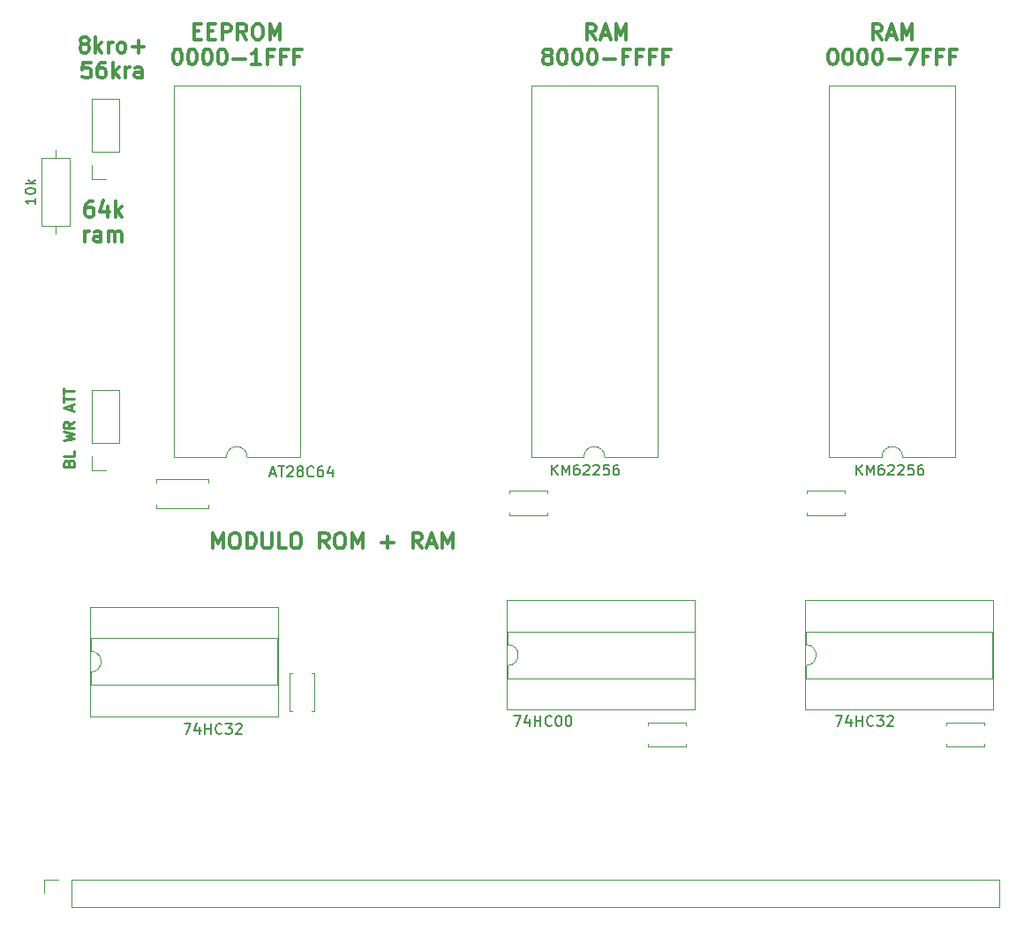
<source format=gbr>
%TF.GenerationSoftware,KiCad,Pcbnew,6.0.11+dfsg-1*%
%TF.CreationDate,2025-12-28T18:44:21+01:00*%
%TF.ProjectId,memoria1,6d656d6f-7269-4613-912e-6b696361645f,rev?*%
%TF.SameCoordinates,Original*%
%TF.FileFunction,Legend,Top*%
%TF.FilePolarity,Positive*%
%FSLAX46Y46*%
G04 Gerber Fmt 4.6, Leading zero omitted, Abs format (unit mm)*
G04 Created by KiCad (PCBNEW 6.0.11+dfsg-1) date 2025-12-28 18:44:21*
%MOMM*%
%LPD*%
G01*
G04 APERTURE LIST*
%ADD10C,0.300000*%
%ADD11C,0.250000*%
%ADD12C,0.150000*%
%ADD13C,0.120000*%
G04 APERTURE END LIST*
D10*
X92555571Y-49286928D02*
X92412714Y-49215500D01*
X92341285Y-49144071D01*
X92269857Y-49001214D01*
X92269857Y-48929785D01*
X92341285Y-48786928D01*
X92412714Y-48715500D01*
X92555571Y-48644071D01*
X92841285Y-48644071D01*
X92984142Y-48715500D01*
X93055571Y-48786928D01*
X93127000Y-48929785D01*
X93127000Y-49001214D01*
X93055571Y-49144071D01*
X92984142Y-49215500D01*
X92841285Y-49286928D01*
X92555571Y-49286928D01*
X92412714Y-49358357D01*
X92341285Y-49429785D01*
X92269857Y-49572642D01*
X92269857Y-49858357D01*
X92341285Y-50001214D01*
X92412714Y-50072642D01*
X92555571Y-50144071D01*
X92841285Y-50144071D01*
X92984142Y-50072642D01*
X93055571Y-50001214D01*
X93127000Y-49858357D01*
X93127000Y-49572642D01*
X93055571Y-49429785D01*
X92984142Y-49358357D01*
X92841285Y-49286928D01*
X93769857Y-50144071D02*
X93769857Y-48644071D01*
X93912714Y-49572642D02*
X94341285Y-50144071D01*
X94341285Y-49144071D02*
X93769857Y-49715500D01*
X94984142Y-50144071D02*
X94984142Y-49144071D01*
X94984142Y-49429785D02*
X95055571Y-49286928D01*
X95127000Y-49215500D01*
X95269857Y-49144071D01*
X95412714Y-49144071D01*
X96127000Y-50144071D02*
X95984142Y-50072642D01*
X95912714Y-50001214D01*
X95841285Y-49858357D01*
X95841285Y-49429785D01*
X95912714Y-49286928D01*
X95984142Y-49215500D01*
X96127000Y-49144071D01*
X96341285Y-49144071D01*
X96484142Y-49215500D01*
X96555571Y-49286928D01*
X96627000Y-49429785D01*
X96627000Y-49858357D01*
X96555571Y-50001214D01*
X96484142Y-50072642D01*
X96341285Y-50144071D01*
X96127000Y-50144071D01*
X97269857Y-49572642D02*
X98412714Y-49572642D01*
X97841285Y-50144071D02*
X97841285Y-49001214D01*
X93269857Y-51059071D02*
X92555571Y-51059071D01*
X92484142Y-51773357D01*
X92555571Y-51701928D01*
X92698428Y-51630500D01*
X93055571Y-51630500D01*
X93198428Y-51701928D01*
X93269857Y-51773357D01*
X93341285Y-51916214D01*
X93341285Y-52273357D01*
X93269857Y-52416214D01*
X93198428Y-52487642D01*
X93055571Y-52559071D01*
X92698428Y-52559071D01*
X92555571Y-52487642D01*
X92484142Y-52416214D01*
X94627000Y-51059071D02*
X94341285Y-51059071D01*
X94198428Y-51130500D01*
X94127000Y-51201928D01*
X93984142Y-51416214D01*
X93912714Y-51701928D01*
X93912714Y-52273357D01*
X93984142Y-52416214D01*
X94055571Y-52487642D01*
X94198428Y-52559071D01*
X94484142Y-52559071D01*
X94627000Y-52487642D01*
X94698428Y-52416214D01*
X94769857Y-52273357D01*
X94769857Y-51916214D01*
X94698428Y-51773357D01*
X94627000Y-51701928D01*
X94484142Y-51630500D01*
X94198428Y-51630500D01*
X94055571Y-51701928D01*
X93984142Y-51773357D01*
X93912714Y-51916214D01*
X95412714Y-52559071D02*
X95412714Y-51059071D01*
X95555571Y-51987642D02*
X95984142Y-52559071D01*
X95984142Y-51559071D02*
X95412714Y-52130500D01*
X96627000Y-52559071D02*
X96627000Y-51559071D01*
X96627000Y-51844785D02*
X96698428Y-51701928D01*
X96769857Y-51630500D01*
X96912714Y-51559071D01*
X97055571Y-51559071D01*
X98198428Y-52559071D02*
X98198428Y-51773357D01*
X98127000Y-51630500D01*
X97984142Y-51559071D01*
X97698428Y-51559071D01*
X97555571Y-51630500D01*
X98198428Y-52487642D02*
X98055571Y-52559071D01*
X97698428Y-52559071D01*
X97555571Y-52487642D01*
X97484142Y-52344785D01*
X97484142Y-52201928D01*
X97555571Y-52059071D01*
X97698428Y-51987642D01*
X98055571Y-51987642D01*
X98198428Y-51916214D01*
X93452285Y-64392071D02*
X93166571Y-64392071D01*
X93023714Y-64463500D01*
X92952285Y-64534928D01*
X92809428Y-64749214D01*
X92738000Y-65034928D01*
X92738000Y-65606357D01*
X92809428Y-65749214D01*
X92880857Y-65820642D01*
X93023714Y-65892071D01*
X93309428Y-65892071D01*
X93452285Y-65820642D01*
X93523714Y-65749214D01*
X93595142Y-65606357D01*
X93595142Y-65249214D01*
X93523714Y-65106357D01*
X93452285Y-65034928D01*
X93309428Y-64963500D01*
X93023714Y-64963500D01*
X92880857Y-65034928D01*
X92809428Y-65106357D01*
X92738000Y-65249214D01*
X94880857Y-64892071D02*
X94880857Y-65892071D01*
X94523714Y-64320642D02*
X94166571Y-65392071D01*
X95095142Y-65392071D01*
X95666571Y-65892071D02*
X95666571Y-64392071D01*
X95809428Y-65320642D02*
X96238000Y-65892071D01*
X96238000Y-64892071D02*
X95666571Y-65463500D01*
X92702285Y-68307071D02*
X92702285Y-67307071D01*
X92702285Y-67592785D02*
X92773714Y-67449928D01*
X92845142Y-67378500D01*
X92988000Y-67307071D01*
X93130857Y-67307071D01*
X94273714Y-68307071D02*
X94273714Y-67521357D01*
X94202285Y-67378500D01*
X94059428Y-67307071D01*
X93773714Y-67307071D01*
X93630857Y-67378500D01*
X94273714Y-68235642D02*
X94130857Y-68307071D01*
X93773714Y-68307071D01*
X93630857Y-68235642D01*
X93559428Y-68092785D01*
X93559428Y-67949928D01*
X93630857Y-67807071D01*
X93773714Y-67735642D01*
X94130857Y-67735642D01*
X94273714Y-67664214D01*
X94988000Y-68307071D02*
X94988000Y-67307071D01*
X94988000Y-67449928D02*
X95059428Y-67378500D01*
X95202285Y-67307071D01*
X95416571Y-67307071D01*
X95559428Y-67378500D01*
X95630857Y-67521357D01*
X95630857Y-68307071D01*
X95630857Y-67521357D02*
X95702285Y-67378500D01*
X95845142Y-67307071D01*
X96059428Y-67307071D01*
X96202285Y-67378500D01*
X96273714Y-67521357D01*
X96273714Y-68307071D01*
D11*
X91165371Y-89513942D02*
X91212990Y-89371085D01*
X91260609Y-89323466D01*
X91355847Y-89275847D01*
X91498704Y-89275847D01*
X91593942Y-89323466D01*
X91641561Y-89371085D01*
X91689180Y-89466323D01*
X91689180Y-89847276D01*
X90689180Y-89847276D01*
X90689180Y-89513942D01*
X90736800Y-89418704D01*
X90784419Y-89371085D01*
X90879657Y-89323466D01*
X90974895Y-89323466D01*
X91070133Y-89371085D01*
X91117752Y-89418704D01*
X91165371Y-89513942D01*
X91165371Y-89847276D01*
X91689180Y-88371085D02*
X91689180Y-88847276D01*
X90689180Y-88847276D01*
X90689180Y-87371085D02*
X91689180Y-87132990D01*
X90974895Y-86942514D01*
X91689180Y-86752038D01*
X90689180Y-86513942D01*
X91689180Y-85561561D02*
X91212990Y-85894895D01*
X91689180Y-86132990D02*
X90689180Y-86132990D01*
X90689180Y-85752038D01*
X90736800Y-85656800D01*
X90784419Y-85609180D01*
X90879657Y-85561561D01*
X91022514Y-85561561D01*
X91117752Y-85609180D01*
X91165371Y-85656800D01*
X91212990Y-85752038D01*
X91212990Y-86132990D01*
X91403466Y-84418704D02*
X91403466Y-83942514D01*
X91689180Y-84513942D02*
X90689180Y-84180609D01*
X91689180Y-83847276D01*
X90689180Y-83656800D02*
X90689180Y-83085371D01*
X91689180Y-83371085D02*
X90689180Y-83371085D01*
X90689180Y-82894895D02*
X90689180Y-82323466D01*
X91689180Y-82609180D02*
X90689180Y-82609180D01*
D10*
X103172142Y-48088357D02*
X103672142Y-48088357D01*
X103886428Y-48874071D02*
X103172142Y-48874071D01*
X103172142Y-47374071D01*
X103886428Y-47374071D01*
X104529285Y-48088357D02*
X105029285Y-48088357D01*
X105243571Y-48874071D02*
X104529285Y-48874071D01*
X104529285Y-47374071D01*
X105243571Y-47374071D01*
X105886428Y-48874071D02*
X105886428Y-47374071D01*
X106457857Y-47374071D01*
X106600714Y-47445500D01*
X106672142Y-47516928D01*
X106743571Y-47659785D01*
X106743571Y-47874071D01*
X106672142Y-48016928D01*
X106600714Y-48088357D01*
X106457857Y-48159785D01*
X105886428Y-48159785D01*
X108243571Y-48874071D02*
X107743571Y-48159785D01*
X107386428Y-48874071D02*
X107386428Y-47374071D01*
X107957857Y-47374071D01*
X108100714Y-47445500D01*
X108172142Y-47516928D01*
X108243571Y-47659785D01*
X108243571Y-47874071D01*
X108172142Y-48016928D01*
X108100714Y-48088357D01*
X107957857Y-48159785D01*
X107386428Y-48159785D01*
X109172142Y-47374071D02*
X109457857Y-47374071D01*
X109600714Y-47445500D01*
X109743571Y-47588357D01*
X109815000Y-47874071D01*
X109815000Y-48374071D01*
X109743571Y-48659785D01*
X109600714Y-48802642D01*
X109457857Y-48874071D01*
X109172142Y-48874071D01*
X109029285Y-48802642D01*
X108886428Y-48659785D01*
X108815000Y-48374071D01*
X108815000Y-47874071D01*
X108886428Y-47588357D01*
X109029285Y-47445500D01*
X109172142Y-47374071D01*
X110457857Y-48874071D02*
X110457857Y-47374071D01*
X110957857Y-48445500D01*
X111457857Y-47374071D01*
X111457857Y-48874071D01*
X101529285Y-49789071D02*
X101672142Y-49789071D01*
X101815000Y-49860500D01*
X101886428Y-49931928D01*
X101957857Y-50074785D01*
X102029285Y-50360500D01*
X102029285Y-50717642D01*
X101957857Y-51003357D01*
X101886428Y-51146214D01*
X101815000Y-51217642D01*
X101672142Y-51289071D01*
X101529285Y-51289071D01*
X101386428Y-51217642D01*
X101315000Y-51146214D01*
X101243571Y-51003357D01*
X101172142Y-50717642D01*
X101172142Y-50360500D01*
X101243571Y-50074785D01*
X101315000Y-49931928D01*
X101386428Y-49860500D01*
X101529285Y-49789071D01*
X102957857Y-49789071D02*
X103100714Y-49789071D01*
X103243571Y-49860500D01*
X103315000Y-49931928D01*
X103386428Y-50074785D01*
X103457857Y-50360500D01*
X103457857Y-50717642D01*
X103386428Y-51003357D01*
X103315000Y-51146214D01*
X103243571Y-51217642D01*
X103100714Y-51289071D01*
X102957857Y-51289071D01*
X102815000Y-51217642D01*
X102743571Y-51146214D01*
X102672142Y-51003357D01*
X102600714Y-50717642D01*
X102600714Y-50360500D01*
X102672142Y-50074785D01*
X102743571Y-49931928D01*
X102815000Y-49860500D01*
X102957857Y-49789071D01*
X104386428Y-49789071D02*
X104529285Y-49789071D01*
X104672142Y-49860500D01*
X104743571Y-49931928D01*
X104815000Y-50074785D01*
X104886428Y-50360500D01*
X104886428Y-50717642D01*
X104815000Y-51003357D01*
X104743571Y-51146214D01*
X104672142Y-51217642D01*
X104529285Y-51289071D01*
X104386428Y-51289071D01*
X104243571Y-51217642D01*
X104172142Y-51146214D01*
X104100714Y-51003357D01*
X104029285Y-50717642D01*
X104029285Y-50360500D01*
X104100714Y-50074785D01*
X104172142Y-49931928D01*
X104243571Y-49860500D01*
X104386428Y-49789071D01*
X105815000Y-49789071D02*
X105957857Y-49789071D01*
X106100714Y-49860500D01*
X106172142Y-49931928D01*
X106243571Y-50074785D01*
X106315000Y-50360500D01*
X106315000Y-50717642D01*
X106243571Y-51003357D01*
X106172142Y-51146214D01*
X106100714Y-51217642D01*
X105957857Y-51289071D01*
X105815000Y-51289071D01*
X105672142Y-51217642D01*
X105600714Y-51146214D01*
X105529285Y-51003357D01*
X105457857Y-50717642D01*
X105457857Y-50360500D01*
X105529285Y-50074785D01*
X105600714Y-49931928D01*
X105672142Y-49860500D01*
X105815000Y-49789071D01*
X106957857Y-50717642D02*
X108100714Y-50717642D01*
X109600714Y-51289071D02*
X108743571Y-51289071D01*
X109172142Y-51289071D02*
X109172142Y-49789071D01*
X109029285Y-50003357D01*
X108886428Y-50146214D01*
X108743571Y-50217642D01*
X110743571Y-50503357D02*
X110243571Y-50503357D01*
X110243571Y-51289071D02*
X110243571Y-49789071D01*
X110957857Y-49789071D01*
X112029285Y-50503357D02*
X111529285Y-50503357D01*
X111529285Y-51289071D02*
X111529285Y-49789071D01*
X112243571Y-49789071D01*
X113315000Y-50503357D02*
X112815000Y-50503357D01*
X112815000Y-51289071D02*
X112815000Y-49789071D01*
X113529285Y-49789071D01*
X104984400Y-97706571D02*
X104984400Y-96206571D01*
X105484400Y-97278000D01*
X105984400Y-96206571D01*
X105984400Y-97706571D01*
X106984400Y-96206571D02*
X107270114Y-96206571D01*
X107412971Y-96278000D01*
X107555828Y-96420857D01*
X107627257Y-96706571D01*
X107627257Y-97206571D01*
X107555828Y-97492285D01*
X107412971Y-97635142D01*
X107270114Y-97706571D01*
X106984400Y-97706571D01*
X106841542Y-97635142D01*
X106698685Y-97492285D01*
X106627257Y-97206571D01*
X106627257Y-96706571D01*
X106698685Y-96420857D01*
X106841542Y-96278000D01*
X106984400Y-96206571D01*
X108270114Y-97706571D02*
X108270114Y-96206571D01*
X108627257Y-96206571D01*
X108841542Y-96278000D01*
X108984400Y-96420857D01*
X109055828Y-96563714D01*
X109127257Y-96849428D01*
X109127257Y-97063714D01*
X109055828Y-97349428D01*
X108984400Y-97492285D01*
X108841542Y-97635142D01*
X108627257Y-97706571D01*
X108270114Y-97706571D01*
X109770114Y-96206571D02*
X109770114Y-97420857D01*
X109841542Y-97563714D01*
X109912971Y-97635142D01*
X110055828Y-97706571D01*
X110341542Y-97706571D01*
X110484400Y-97635142D01*
X110555828Y-97563714D01*
X110627257Y-97420857D01*
X110627257Y-96206571D01*
X112055828Y-97706571D02*
X111341542Y-97706571D01*
X111341542Y-96206571D01*
X112841542Y-96206571D02*
X113127257Y-96206571D01*
X113270114Y-96278000D01*
X113412971Y-96420857D01*
X113484400Y-96706571D01*
X113484400Y-97206571D01*
X113412971Y-97492285D01*
X113270114Y-97635142D01*
X113127257Y-97706571D01*
X112841542Y-97706571D01*
X112698685Y-97635142D01*
X112555828Y-97492285D01*
X112484400Y-97206571D01*
X112484400Y-96706571D01*
X112555828Y-96420857D01*
X112698685Y-96278000D01*
X112841542Y-96206571D01*
X116127257Y-97706571D02*
X115627257Y-96992285D01*
X115270114Y-97706571D02*
X115270114Y-96206571D01*
X115841542Y-96206571D01*
X115984400Y-96278000D01*
X116055828Y-96349428D01*
X116127257Y-96492285D01*
X116127257Y-96706571D01*
X116055828Y-96849428D01*
X115984400Y-96920857D01*
X115841542Y-96992285D01*
X115270114Y-96992285D01*
X117055828Y-96206571D02*
X117341542Y-96206571D01*
X117484400Y-96278000D01*
X117627257Y-96420857D01*
X117698685Y-96706571D01*
X117698685Y-97206571D01*
X117627257Y-97492285D01*
X117484400Y-97635142D01*
X117341542Y-97706571D01*
X117055828Y-97706571D01*
X116912971Y-97635142D01*
X116770114Y-97492285D01*
X116698685Y-97206571D01*
X116698685Y-96706571D01*
X116770114Y-96420857D01*
X116912971Y-96278000D01*
X117055828Y-96206571D01*
X118341542Y-97706571D02*
X118341542Y-96206571D01*
X118841542Y-97278000D01*
X119341542Y-96206571D01*
X119341542Y-97706571D01*
X121198685Y-97135142D02*
X122341542Y-97135142D01*
X121770114Y-97706571D02*
X121770114Y-96563714D01*
X125055828Y-97706571D02*
X124555828Y-96992285D01*
X124198685Y-97706571D02*
X124198685Y-96206571D01*
X124770114Y-96206571D01*
X124912971Y-96278000D01*
X124984400Y-96349428D01*
X125055828Y-96492285D01*
X125055828Y-96706571D01*
X124984400Y-96849428D01*
X124912971Y-96920857D01*
X124770114Y-96992285D01*
X124198685Y-96992285D01*
X125627257Y-97278000D02*
X126341542Y-97278000D01*
X125484400Y-97706571D02*
X125984400Y-96206571D01*
X126484400Y-97706571D01*
X126984400Y-97706571D02*
X126984400Y-96206571D01*
X127484400Y-97278000D01*
X127984400Y-96206571D01*
X127984400Y-97706571D01*
X169144285Y-48874071D02*
X168644285Y-48159785D01*
X168287142Y-48874071D02*
X168287142Y-47374071D01*
X168858571Y-47374071D01*
X169001428Y-47445500D01*
X169072857Y-47516928D01*
X169144285Y-47659785D01*
X169144285Y-47874071D01*
X169072857Y-48016928D01*
X169001428Y-48088357D01*
X168858571Y-48159785D01*
X168287142Y-48159785D01*
X169715714Y-48445500D02*
X170430000Y-48445500D01*
X169572857Y-48874071D02*
X170072857Y-47374071D01*
X170572857Y-48874071D01*
X171072857Y-48874071D02*
X171072857Y-47374071D01*
X171572857Y-48445500D01*
X172072857Y-47374071D01*
X172072857Y-48874071D01*
X164394285Y-49789071D02*
X164537142Y-49789071D01*
X164680000Y-49860500D01*
X164751428Y-49931928D01*
X164822857Y-50074785D01*
X164894285Y-50360500D01*
X164894285Y-50717642D01*
X164822857Y-51003357D01*
X164751428Y-51146214D01*
X164680000Y-51217642D01*
X164537142Y-51289071D01*
X164394285Y-51289071D01*
X164251428Y-51217642D01*
X164180000Y-51146214D01*
X164108571Y-51003357D01*
X164037142Y-50717642D01*
X164037142Y-50360500D01*
X164108571Y-50074785D01*
X164180000Y-49931928D01*
X164251428Y-49860500D01*
X164394285Y-49789071D01*
X165822857Y-49789071D02*
X165965714Y-49789071D01*
X166108571Y-49860500D01*
X166180000Y-49931928D01*
X166251428Y-50074785D01*
X166322857Y-50360500D01*
X166322857Y-50717642D01*
X166251428Y-51003357D01*
X166180000Y-51146214D01*
X166108571Y-51217642D01*
X165965714Y-51289071D01*
X165822857Y-51289071D01*
X165680000Y-51217642D01*
X165608571Y-51146214D01*
X165537142Y-51003357D01*
X165465714Y-50717642D01*
X165465714Y-50360500D01*
X165537142Y-50074785D01*
X165608571Y-49931928D01*
X165680000Y-49860500D01*
X165822857Y-49789071D01*
X167251428Y-49789071D02*
X167394285Y-49789071D01*
X167537142Y-49860500D01*
X167608571Y-49931928D01*
X167680000Y-50074785D01*
X167751428Y-50360500D01*
X167751428Y-50717642D01*
X167680000Y-51003357D01*
X167608571Y-51146214D01*
X167537142Y-51217642D01*
X167394285Y-51289071D01*
X167251428Y-51289071D01*
X167108571Y-51217642D01*
X167037142Y-51146214D01*
X166965714Y-51003357D01*
X166894285Y-50717642D01*
X166894285Y-50360500D01*
X166965714Y-50074785D01*
X167037142Y-49931928D01*
X167108571Y-49860500D01*
X167251428Y-49789071D01*
X168680000Y-49789071D02*
X168822857Y-49789071D01*
X168965714Y-49860500D01*
X169037142Y-49931928D01*
X169108571Y-50074785D01*
X169180000Y-50360500D01*
X169180000Y-50717642D01*
X169108571Y-51003357D01*
X169037142Y-51146214D01*
X168965714Y-51217642D01*
X168822857Y-51289071D01*
X168680000Y-51289071D01*
X168537142Y-51217642D01*
X168465714Y-51146214D01*
X168394285Y-51003357D01*
X168322857Y-50717642D01*
X168322857Y-50360500D01*
X168394285Y-50074785D01*
X168465714Y-49931928D01*
X168537142Y-49860500D01*
X168680000Y-49789071D01*
X169822857Y-50717642D02*
X170965714Y-50717642D01*
X171537142Y-49789071D02*
X172537142Y-49789071D01*
X171894285Y-51289071D01*
X173608571Y-50503357D02*
X173108571Y-50503357D01*
X173108571Y-51289071D02*
X173108571Y-49789071D01*
X173822857Y-49789071D01*
X174894285Y-50503357D02*
X174394285Y-50503357D01*
X174394285Y-51289071D02*
X174394285Y-49789071D01*
X175108571Y-49789071D01*
X176180000Y-50503357D02*
X175680000Y-50503357D01*
X175680000Y-51289071D02*
X175680000Y-49789071D01*
X176394285Y-49789071D01*
X141712285Y-48874071D02*
X141212285Y-48159785D01*
X140855142Y-48874071D02*
X140855142Y-47374071D01*
X141426571Y-47374071D01*
X141569428Y-47445500D01*
X141640857Y-47516928D01*
X141712285Y-47659785D01*
X141712285Y-47874071D01*
X141640857Y-48016928D01*
X141569428Y-48088357D01*
X141426571Y-48159785D01*
X140855142Y-48159785D01*
X142283714Y-48445500D02*
X142998000Y-48445500D01*
X142140857Y-48874071D02*
X142640857Y-47374071D01*
X143140857Y-48874071D01*
X143640857Y-48874071D02*
X143640857Y-47374071D01*
X144140857Y-48445500D01*
X144640857Y-47374071D01*
X144640857Y-48874071D01*
X136962285Y-50431928D02*
X136819428Y-50360500D01*
X136748000Y-50289071D01*
X136676571Y-50146214D01*
X136676571Y-50074785D01*
X136748000Y-49931928D01*
X136819428Y-49860500D01*
X136962285Y-49789071D01*
X137248000Y-49789071D01*
X137390857Y-49860500D01*
X137462285Y-49931928D01*
X137533714Y-50074785D01*
X137533714Y-50146214D01*
X137462285Y-50289071D01*
X137390857Y-50360500D01*
X137248000Y-50431928D01*
X136962285Y-50431928D01*
X136819428Y-50503357D01*
X136748000Y-50574785D01*
X136676571Y-50717642D01*
X136676571Y-51003357D01*
X136748000Y-51146214D01*
X136819428Y-51217642D01*
X136962285Y-51289071D01*
X137248000Y-51289071D01*
X137390857Y-51217642D01*
X137462285Y-51146214D01*
X137533714Y-51003357D01*
X137533714Y-50717642D01*
X137462285Y-50574785D01*
X137390857Y-50503357D01*
X137248000Y-50431928D01*
X138462285Y-49789071D02*
X138605142Y-49789071D01*
X138748000Y-49860500D01*
X138819428Y-49931928D01*
X138890857Y-50074785D01*
X138962285Y-50360500D01*
X138962285Y-50717642D01*
X138890857Y-51003357D01*
X138819428Y-51146214D01*
X138748000Y-51217642D01*
X138605142Y-51289071D01*
X138462285Y-51289071D01*
X138319428Y-51217642D01*
X138248000Y-51146214D01*
X138176571Y-51003357D01*
X138105142Y-50717642D01*
X138105142Y-50360500D01*
X138176571Y-50074785D01*
X138248000Y-49931928D01*
X138319428Y-49860500D01*
X138462285Y-49789071D01*
X139890857Y-49789071D02*
X140033714Y-49789071D01*
X140176571Y-49860500D01*
X140248000Y-49931928D01*
X140319428Y-50074785D01*
X140390857Y-50360500D01*
X140390857Y-50717642D01*
X140319428Y-51003357D01*
X140248000Y-51146214D01*
X140176571Y-51217642D01*
X140033714Y-51289071D01*
X139890857Y-51289071D01*
X139748000Y-51217642D01*
X139676571Y-51146214D01*
X139605142Y-51003357D01*
X139533714Y-50717642D01*
X139533714Y-50360500D01*
X139605142Y-50074785D01*
X139676571Y-49931928D01*
X139748000Y-49860500D01*
X139890857Y-49789071D01*
X141319428Y-49789071D02*
X141462285Y-49789071D01*
X141605142Y-49860500D01*
X141676571Y-49931928D01*
X141748000Y-50074785D01*
X141819428Y-50360500D01*
X141819428Y-50717642D01*
X141748000Y-51003357D01*
X141676571Y-51146214D01*
X141605142Y-51217642D01*
X141462285Y-51289071D01*
X141319428Y-51289071D01*
X141176571Y-51217642D01*
X141105142Y-51146214D01*
X141033714Y-51003357D01*
X140962285Y-50717642D01*
X140962285Y-50360500D01*
X141033714Y-50074785D01*
X141105142Y-49931928D01*
X141176571Y-49860500D01*
X141319428Y-49789071D01*
X142462285Y-50717642D02*
X143605142Y-50717642D01*
X144819428Y-50503357D02*
X144319428Y-50503357D01*
X144319428Y-51289071D02*
X144319428Y-49789071D01*
X145033714Y-49789071D01*
X146105142Y-50503357D02*
X145605142Y-50503357D01*
X145605142Y-51289071D02*
X145605142Y-49789071D01*
X146319428Y-49789071D01*
X147390857Y-50503357D02*
X146890857Y-50503357D01*
X146890857Y-51289071D02*
X146890857Y-49789071D01*
X147605142Y-49789071D01*
X148676571Y-50503357D02*
X148176571Y-50503357D01*
X148176571Y-51289071D02*
X148176571Y-49789071D01*
X148890857Y-49789071D01*
D12*
%TO.C,74HC32*%
X102243285Y-114514380D02*
X102909952Y-114514380D01*
X102481380Y-115514380D01*
X103719476Y-114847714D02*
X103719476Y-115514380D01*
X103481380Y-114466761D02*
X103243285Y-115181047D01*
X103862333Y-115181047D01*
X104243285Y-115514380D02*
X104243285Y-114514380D01*
X104243285Y-114990571D02*
X104814714Y-114990571D01*
X104814714Y-115514380D02*
X104814714Y-114514380D01*
X105862333Y-115419142D02*
X105814714Y-115466761D01*
X105671857Y-115514380D01*
X105576619Y-115514380D01*
X105433761Y-115466761D01*
X105338523Y-115371523D01*
X105290904Y-115276285D01*
X105243285Y-115085809D01*
X105243285Y-114942952D01*
X105290904Y-114752476D01*
X105338523Y-114657238D01*
X105433761Y-114562000D01*
X105576619Y-114514380D01*
X105671857Y-114514380D01*
X105814714Y-114562000D01*
X105862333Y-114609619D01*
X106195666Y-114514380D02*
X106814714Y-114514380D01*
X106481380Y-114895333D01*
X106624238Y-114895333D01*
X106719476Y-114942952D01*
X106767095Y-114990571D01*
X106814714Y-115085809D01*
X106814714Y-115323904D01*
X106767095Y-115419142D01*
X106719476Y-115466761D01*
X106624238Y-115514380D01*
X106338523Y-115514380D01*
X106243285Y-115466761D01*
X106195666Y-115419142D01*
X107195666Y-114609619D02*
X107243285Y-114562000D01*
X107338523Y-114514380D01*
X107576619Y-114514380D01*
X107671857Y-114562000D01*
X107719476Y-114609619D01*
X107767095Y-114704857D01*
X107767095Y-114800095D01*
X107719476Y-114942952D01*
X107148047Y-115514380D01*
X107767095Y-115514380D01*
%TO.C,KM62256*%
X166711714Y-90673180D02*
X166711714Y-89673180D01*
X167283142Y-90673180D02*
X166854571Y-90101752D01*
X167283142Y-89673180D02*
X166711714Y-90244609D01*
X167711714Y-90673180D02*
X167711714Y-89673180D01*
X168045047Y-90387466D01*
X168378380Y-89673180D01*
X168378380Y-90673180D01*
X169283142Y-89673180D02*
X169092666Y-89673180D01*
X168997428Y-89720800D01*
X168949809Y-89768419D01*
X168854571Y-89911276D01*
X168806952Y-90101752D01*
X168806952Y-90482704D01*
X168854571Y-90577942D01*
X168902190Y-90625561D01*
X168997428Y-90673180D01*
X169187904Y-90673180D01*
X169283142Y-90625561D01*
X169330761Y-90577942D01*
X169378380Y-90482704D01*
X169378380Y-90244609D01*
X169330761Y-90149371D01*
X169283142Y-90101752D01*
X169187904Y-90054133D01*
X168997428Y-90054133D01*
X168902190Y-90101752D01*
X168854571Y-90149371D01*
X168806952Y-90244609D01*
X169759333Y-89768419D02*
X169806952Y-89720800D01*
X169902190Y-89673180D01*
X170140285Y-89673180D01*
X170235523Y-89720800D01*
X170283142Y-89768419D01*
X170330761Y-89863657D01*
X170330761Y-89958895D01*
X170283142Y-90101752D01*
X169711714Y-90673180D01*
X170330761Y-90673180D01*
X170711714Y-89768419D02*
X170759333Y-89720800D01*
X170854571Y-89673180D01*
X171092666Y-89673180D01*
X171187904Y-89720800D01*
X171235523Y-89768419D01*
X171283142Y-89863657D01*
X171283142Y-89958895D01*
X171235523Y-90101752D01*
X170664095Y-90673180D01*
X171283142Y-90673180D01*
X172187904Y-89673180D02*
X171711714Y-89673180D01*
X171664095Y-90149371D01*
X171711714Y-90101752D01*
X171806952Y-90054133D01*
X172045047Y-90054133D01*
X172140285Y-90101752D01*
X172187904Y-90149371D01*
X172235523Y-90244609D01*
X172235523Y-90482704D01*
X172187904Y-90577942D01*
X172140285Y-90625561D01*
X172045047Y-90673180D01*
X171806952Y-90673180D01*
X171711714Y-90625561D01*
X171664095Y-90577942D01*
X173092666Y-89673180D02*
X172902190Y-89673180D01*
X172806952Y-89720800D01*
X172759333Y-89768419D01*
X172664095Y-89911276D01*
X172616476Y-90101752D01*
X172616476Y-90482704D01*
X172664095Y-90577942D01*
X172711714Y-90625561D01*
X172806952Y-90673180D01*
X172997428Y-90673180D01*
X173092666Y-90625561D01*
X173140285Y-90577942D01*
X173187904Y-90482704D01*
X173187904Y-90244609D01*
X173140285Y-90149371D01*
X173092666Y-90101752D01*
X172997428Y-90054133D01*
X172806952Y-90054133D01*
X172711714Y-90101752D01*
X172664095Y-90149371D01*
X172616476Y-90244609D01*
%TO.C,AT28C64*%
X110514190Y-90539866D02*
X110990380Y-90539866D01*
X110418952Y-90825580D02*
X110752285Y-89825580D01*
X111085619Y-90825580D01*
X111276095Y-89825580D02*
X111847523Y-89825580D01*
X111561809Y-90825580D02*
X111561809Y-89825580D01*
X112133238Y-89920819D02*
X112180857Y-89873200D01*
X112276095Y-89825580D01*
X112514190Y-89825580D01*
X112609428Y-89873200D01*
X112657047Y-89920819D01*
X112704666Y-90016057D01*
X112704666Y-90111295D01*
X112657047Y-90254152D01*
X112085619Y-90825580D01*
X112704666Y-90825580D01*
X113276095Y-90254152D02*
X113180857Y-90206533D01*
X113133238Y-90158914D01*
X113085619Y-90063676D01*
X113085619Y-90016057D01*
X113133238Y-89920819D01*
X113180857Y-89873200D01*
X113276095Y-89825580D01*
X113466571Y-89825580D01*
X113561809Y-89873200D01*
X113609428Y-89920819D01*
X113657047Y-90016057D01*
X113657047Y-90063676D01*
X113609428Y-90158914D01*
X113561809Y-90206533D01*
X113466571Y-90254152D01*
X113276095Y-90254152D01*
X113180857Y-90301771D01*
X113133238Y-90349390D01*
X113085619Y-90444628D01*
X113085619Y-90635104D01*
X113133238Y-90730342D01*
X113180857Y-90777961D01*
X113276095Y-90825580D01*
X113466571Y-90825580D01*
X113561809Y-90777961D01*
X113609428Y-90730342D01*
X113657047Y-90635104D01*
X113657047Y-90444628D01*
X113609428Y-90349390D01*
X113561809Y-90301771D01*
X113466571Y-90254152D01*
X114657047Y-90730342D02*
X114609428Y-90777961D01*
X114466571Y-90825580D01*
X114371333Y-90825580D01*
X114228476Y-90777961D01*
X114133238Y-90682723D01*
X114085619Y-90587485D01*
X114038000Y-90397009D01*
X114038000Y-90254152D01*
X114085619Y-90063676D01*
X114133238Y-89968438D01*
X114228476Y-89873200D01*
X114371333Y-89825580D01*
X114466571Y-89825580D01*
X114609428Y-89873200D01*
X114657047Y-89920819D01*
X115514190Y-89825580D02*
X115323714Y-89825580D01*
X115228476Y-89873200D01*
X115180857Y-89920819D01*
X115085619Y-90063676D01*
X115038000Y-90254152D01*
X115038000Y-90635104D01*
X115085619Y-90730342D01*
X115133238Y-90777961D01*
X115228476Y-90825580D01*
X115418952Y-90825580D01*
X115514190Y-90777961D01*
X115561809Y-90730342D01*
X115609428Y-90635104D01*
X115609428Y-90397009D01*
X115561809Y-90301771D01*
X115514190Y-90254152D01*
X115418952Y-90206533D01*
X115228476Y-90206533D01*
X115133238Y-90254152D01*
X115085619Y-90301771D01*
X115038000Y-90397009D01*
X116466571Y-90158914D02*
X116466571Y-90825580D01*
X116228476Y-89777961D02*
X115990380Y-90492247D01*
X116609428Y-90492247D01*
%TO.C,KM62256*%
X137501714Y-90673180D02*
X137501714Y-89673180D01*
X138073142Y-90673180D02*
X137644571Y-90101752D01*
X138073142Y-89673180D02*
X137501714Y-90244609D01*
X138501714Y-90673180D02*
X138501714Y-89673180D01*
X138835047Y-90387466D01*
X139168380Y-89673180D01*
X139168380Y-90673180D01*
X140073142Y-89673180D02*
X139882666Y-89673180D01*
X139787428Y-89720800D01*
X139739809Y-89768419D01*
X139644571Y-89911276D01*
X139596952Y-90101752D01*
X139596952Y-90482704D01*
X139644571Y-90577942D01*
X139692190Y-90625561D01*
X139787428Y-90673180D01*
X139977904Y-90673180D01*
X140073142Y-90625561D01*
X140120761Y-90577942D01*
X140168380Y-90482704D01*
X140168380Y-90244609D01*
X140120761Y-90149371D01*
X140073142Y-90101752D01*
X139977904Y-90054133D01*
X139787428Y-90054133D01*
X139692190Y-90101752D01*
X139644571Y-90149371D01*
X139596952Y-90244609D01*
X140549333Y-89768419D02*
X140596952Y-89720800D01*
X140692190Y-89673180D01*
X140930285Y-89673180D01*
X141025523Y-89720800D01*
X141073142Y-89768419D01*
X141120761Y-89863657D01*
X141120761Y-89958895D01*
X141073142Y-90101752D01*
X140501714Y-90673180D01*
X141120761Y-90673180D01*
X141501714Y-89768419D02*
X141549333Y-89720800D01*
X141644571Y-89673180D01*
X141882666Y-89673180D01*
X141977904Y-89720800D01*
X142025523Y-89768419D01*
X142073142Y-89863657D01*
X142073142Y-89958895D01*
X142025523Y-90101752D01*
X141454095Y-90673180D01*
X142073142Y-90673180D01*
X142977904Y-89673180D02*
X142501714Y-89673180D01*
X142454095Y-90149371D01*
X142501714Y-90101752D01*
X142596952Y-90054133D01*
X142835047Y-90054133D01*
X142930285Y-90101752D01*
X142977904Y-90149371D01*
X143025523Y-90244609D01*
X143025523Y-90482704D01*
X142977904Y-90577942D01*
X142930285Y-90625561D01*
X142835047Y-90673180D01*
X142596952Y-90673180D01*
X142501714Y-90625561D01*
X142454095Y-90577942D01*
X143882666Y-89673180D02*
X143692190Y-89673180D01*
X143596952Y-89720800D01*
X143549333Y-89768419D01*
X143454095Y-89911276D01*
X143406476Y-90101752D01*
X143406476Y-90482704D01*
X143454095Y-90577942D01*
X143501714Y-90625561D01*
X143596952Y-90673180D01*
X143787428Y-90673180D01*
X143882666Y-90625561D01*
X143930285Y-90577942D01*
X143977904Y-90482704D01*
X143977904Y-90244609D01*
X143930285Y-90149371D01*
X143882666Y-90101752D01*
X143787428Y-90054133D01*
X143596952Y-90054133D01*
X143501714Y-90101752D01*
X143454095Y-90149371D01*
X143406476Y-90244609D01*
%TO.C,74HC32*%
X164727285Y-113752380D02*
X165393952Y-113752380D01*
X164965380Y-114752380D01*
X166203476Y-114085714D02*
X166203476Y-114752380D01*
X165965380Y-113704761D02*
X165727285Y-114419047D01*
X166346333Y-114419047D01*
X166727285Y-114752380D02*
X166727285Y-113752380D01*
X166727285Y-114228571D02*
X167298714Y-114228571D01*
X167298714Y-114752380D02*
X167298714Y-113752380D01*
X168346333Y-114657142D02*
X168298714Y-114704761D01*
X168155857Y-114752380D01*
X168060619Y-114752380D01*
X167917761Y-114704761D01*
X167822523Y-114609523D01*
X167774904Y-114514285D01*
X167727285Y-114323809D01*
X167727285Y-114180952D01*
X167774904Y-113990476D01*
X167822523Y-113895238D01*
X167917761Y-113800000D01*
X168060619Y-113752380D01*
X168155857Y-113752380D01*
X168298714Y-113800000D01*
X168346333Y-113847619D01*
X168679666Y-113752380D02*
X169298714Y-113752380D01*
X168965380Y-114133333D01*
X169108238Y-114133333D01*
X169203476Y-114180952D01*
X169251095Y-114228571D01*
X169298714Y-114323809D01*
X169298714Y-114561904D01*
X169251095Y-114657142D01*
X169203476Y-114704761D01*
X169108238Y-114752380D01*
X168822523Y-114752380D01*
X168727285Y-114704761D01*
X168679666Y-114657142D01*
X169679666Y-113847619D02*
X169727285Y-113800000D01*
X169822523Y-113752380D01*
X170060619Y-113752380D01*
X170155857Y-113800000D01*
X170203476Y-113847619D01*
X170251095Y-113942857D01*
X170251095Y-114038095D01*
X170203476Y-114180952D01*
X169632047Y-114752380D01*
X170251095Y-114752380D01*
%TO.C,74HC00*%
X133866285Y-113752380D02*
X134532952Y-113752380D01*
X134104380Y-114752380D01*
X135342476Y-114085714D02*
X135342476Y-114752380D01*
X135104380Y-113704761D02*
X134866285Y-114419047D01*
X135485333Y-114419047D01*
X135866285Y-114752380D02*
X135866285Y-113752380D01*
X135866285Y-114228571D02*
X136437714Y-114228571D01*
X136437714Y-114752380D02*
X136437714Y-113752380D01*
X137485333Y-114657142D02*
X137437714Y-114704761D01*
X137294857Y-114752380D01*
X137199619Y-114752380D01*
X137056761Y-114704761D01*
X136961523Y-114609523D01*
X136913904Y-114514285D01*
X136866285Y-114323809D01*
X136866285Y-114180952D01*
X136913904Y-113990476D01*
X136961523Y-113895238D01*
X137056761Y-113800000D01*
X137199619Y-113752380D01*
X137294857Y-113752380D01*
X137437714Y-113800000D01*
X137485333Y-113847619D01*
X138104380Y-113752380D02*
X138199619Y-113752380D01*
X138294857Y-113800000D01*
X138342476Y-113847619D01*
X138390095Y-113942857D01*
X138437714Y-114133333D01*
X138437714Y-114371428D01*
X138390095Y-114561904D01*
X138342476Y-114657142D01*
X138294857Y-114704761D01*
X138199619Y-114752380D01*
X138104380Y-114752380D01*
X138009142Y-114704761D01*
X137961523Y-114657142D01*
X137913904Y-114561904D01*
X137866285Y-114371428D01*
X137866285Y-114133333D01*
X137913904Y-113942857D01*
X137961523Y-113847619D01*
X138009142Y-113800000D01*
X138104380Y-113752380D01*
X139056761Y-113752380D02*
X139152000Y-113752380D01*
X139247238Y-113800000D01*
X139294857Y-113847619D01*
X139342476Y-113942857D01*
X139390095Y-114133333D01*
X139390095Y-114371428D01*
X139342476Y-114561904D01*
X139294857Y-114657142D01*
X139247238Y-114704761D01*
X139152000Y-114752380D01*
X139056761Y-114752380D01*
X138961523Y-114704761D01*
X138913904Y-114657142D01*
X138866285Y-114561904D01*
X138818666Y-114371428D01*
X138818666Y-114133333D01*
X138866285Y-113942857D01*
X138913904Y-113847619D01*
X138961523Y-113800000D01*
X139056761Y-113752380D01*
%TO.C,10k*%
X87998380Y-64095238D02*
X87998380Y-64666666D01*
X87998380Y-64380952D02*
X86998380Y-64380952D01*
X87141238Y-64476190D01*
X87236476Y-64571428D01*
X87284095Y-64666666D01*
X86998380Y-63476190D02*
X86998380Y-63380952D01*
X87046000Y-63285714D01*
X87093619Y-63238095D01*
X87188857Y-63190476D01*
X87379333Y-63142857D01*
X87617428Y-63142857D01*
X87807904Y-63190476D01*
X87903142Y-63238095D01*
X87950761Y-63285714D01*
X87998380Y-63380952D01*
X87998380Y-63476190D01*
X87950761Y-63571428D01*
X87903142Y-63619047D01*
X87807904Y-63666666D01*
X87617428Y-63714285D01*
X87379333Y-63714285D01*
X87188857Y-63666666D01*
X87093619Y-63619047D01*
X87046000Y-63571428D01*
X86998380Y-63476190D01*
X87998380Y-62714285D02*
X86998380Y-62714285D01*
X87617428Y-62619047D02*
X87998380Y-62333333D01*
X87331714Y-62333333D02*
X87712666Y-62714285D01*
D13*
%TO.C,74HC32*%
X111180000Y-106325000D02*
X93280000Y-106325000D01*
X111240000Y-113825000D02*
X111240000Y-103325000D01*
X93280000Y-109575000D02*
X93280000Y-110825000D01*
X93220000Y-113825000D02*
X111240000Y-113825000D01*
X93280000Y-106325000D02*
X93280000Y-107575000D01*
X93220000Y-103325000D02*
X93220000Y-113825000D01*
X111180000Y-110825000D02*
X111180000Y-106325000D01*
X93280000Y-110825000D02*
X111180000Y-110825000D01*
X111240000Y-103325000D02*
X93220000Y-103325000D01*
X93280000Y-109575000D02*
G75*
G03*
X93280000Y-107575000I0J1000000D01*
G01*
%TO.C,KM62256*%
X171160000Y-88950000D02*
X176220000Y-88950000D01*
X164100000Y-88950000D02*
X169160000Y-88950000D01*
X164100000Y-53270000D02*
X164100000Y-88950000D01*
X176220000Y-53270000D02*
X164100000Y-53270000D01*
X176220000Y-88950000D02*
X176220000Y-53270000D01*
X171160000Y-88950000D02*
G75*
G03*
X169160000Y-88950000I-1000000J0D01*
G01*
%TO.C,AT28C64*%
X108295000Y-88950000D02*
X113355000Y-88950000D01*
X113355000Y-53270000D02*
X101235000Y-53270000D01*
X113355000Y-88950000D02*
X113355000Y-53270000D01*
X101235000Y-53270000D02*
X101235000Y-88950000D01*
X101235000Y-88950000D02*
X106295000Y-88950000D01*
X108295000Y-88950000D02*
G75*
G03*
X106295000Y-88950000I-1000000J0D01*
G01*
%TO.C,REF\u002A\u002A*%
X162010000Y-94515000D02*
X165650000Y-94515000D01*
X162010000Y-92175000D02*
X162010000Y-92420000D01*
X162010000Y-94270000D02*
X162010000Y-94515000D01*
X165650000Y-94270000D02*
X165650000Y-94515000D01*
X165650000Y-92175000D02*
X165650000Y-92420000D01*
X162010000Y-92175000D02*
X165650000Y-92175000D01*
X88840000Y-130810000D02*
X88840000Y-129480000D01*
X91440000Y-129480000D02*
X180400000Y-129480000D01*
X88840000Y-129480000D02*
X90170000Y-129480000D01*
X180400000Y-132140000D02*
X180400000Y-129480000D01*
X91440000Y-132140000D02*
X180400000Y-132140000D01*
X91440000Y-132140000D02*
X91440000Y-129480000D01*
X104538000Y-91086000D02*
X104538000Y-91401000D01*
X99598000Y-91086000D02*
X99598000Y-91401000D01*
X104538000Y-93511000D02*
X104538000Y-93826000D01*
X99598000Y-91086000D02*
X104538000Y-91086000D01*
X99598000Y-93826000D02*
X104538000Y-93826000D01*
X99598000Y-93511000D02*
X99598000Y-93826000D01*
X96047000Y-82475000D02*
X93387000Y-82475000D01*
X96047000Y-87615000D02*
X96047000Y-82475000D01*
X96047000Y-87615000D02*
X93387000Y-87615000D01*
X94717000Y-90215000D02*
X93387000Y-90215000D01*
X93387000Y-90215000D02*
X93387000Y-88885000D01*
X93387000Y-87615000D02*
X93387000Y-82475000D01*
%TO.C,KM62256*%
X147645000Y-88950000D02*
X147645000Y-53270000D01*
X147645000Y-53270000D02*
X135525000Y-53270000D01*
X142585000Y-88950000D02*
X147645000Y-88950000D01*
X135525000Y-53270000D02*
X135525000Y-88950000D01*
X135525000Y-88950000D02*
X140585000Y-88950000D01*
X142585000Y-88950000D02*
G75*
G03*
X140585000Y-88950000I-1000000J0D01*
G01*
%TO.C,74HC32*%
X161800000Y-113190000D02*
X179820000Y-113190000D01*
X161860000Y-110190000D02*
X179760000Y-110190000D01*
X161860000Y-105690000D02*
X161860000Y-106940000D01*
X179760000Y-110190000D02*
X179760000Y-105690000D01*
X179760000Y-105690000D02*
X161860000Y-105690000D01*
X161860000Y-108940000D02*
X161860000Y-110190000D01*
X179820000Y-102690000D02*
X161800000Y-102690000D01*
X179820000Y-113190000D02*
X179820000Y-102690000D01*
X161800000Y-102690000D02*
X161800000Y-113190000D01*
X161860000Y-108940000D02*
G75*
G03*
X161860000Y-106940000I0J1000000D01*
G01*
%TO.C,REF\u002A\u002A*%
X114463000Y-113346000D02*
X114708000Y-113346000D01*
X114708000Y-113346000D02*
X114708000Y-109706000D01*
X112368000Y-109706000D02*
X112613000Y-109706000D01*
X114463000Y-109706000D02*
X114708000Y-109706000D01*
X112368000Y-113346000D02*
X112613000Y-113346000D01*
X112368000Y-113346000D02*
X112368000Y-109706000D01*
X137075000Y-92175000D02*
X137075000Y-92420000D01*
X133435000Y-94515000D02*
X137075000Y-94515000D01*
X133435000Y-92175000D02*
X133435000Y-92420000D01*
X133435000Y-94270000D02*
X133435000Y-94515000D01*
X137075000Y-94270000D02*
X137075000Y-94515000D01*
X133435000Y-92175000D02*
X137075000Y-92175000D01*
X175345000Y-116740000D02*
X178985000Y-116740000D01*
X178985000Y-116495000D02*
X178985000Y-116740000D01*
X178985000Y-114400000D02*
X178985000Y-114645000D01*
X175345000Y-114400000D02*
X178985000Y-114400000D01*
X175345000Y-114400000D02*
X175345000Y-114645000D01*
X175345000Y-116495000D02*
X175345000Y-116740000D01*
%TO.C,74HC00*%
X133285000Y-105690000D02*
X133285000Y-106940000D01*
X151245000Y-113190000D02*
X151245000Y-102690000D01*
X133285000Y-110190000D02*
X151185000Y-110190000D01*
X133225000Y-113190000D02*
X151245000Y-113190000D01*
X151185000Y-110190000D02*
X151185000Y-105690000D01*
X133285000Y-108940000D02*
X133285000Y-110190000D01*
X133225000Y-102690000D02*
X133225000Y-113190000D01*
X151245000Y-102690000D02*
X133225000Y-102690000D01*
X151185000Y-105690000D02*
X133285000Y-105690000D01*
X133285000Y-108940000D02*
G75*
G03*
X133285000Y-106940000I0J1000000D01*
G01*
%TO.C,REF\u002A\u002A*%
X96047000Y-54535000D02*
X93387000Y-54535000D01*
X96047000Y-59675000D02*
X96047000Y-54535000D01*
X94717000Y-62275000D02*
X93387000Y-62275000D01*
X93387000Y-59675000D02*
X93387000Y-54535000D01*
X96047000Y-59675000D02*
X93387000Y-59675000D01*
X93387000Y-62275000D02*
X93387000Y-60945000D01*
%TO.C,10k*%
X89916000Y-59460000D02*
X89916000Y-60230000D01*
X89916000Y-67540000D02*
X89916000Y-66770000D01*
X91286000Y-60230000D02*
X88546000Y-60230000D01*
X91286000Y-66770000D02*
X91286000Y-60230000D01*
X88546000Y-66770000D02*
X91286000Y-66770000D01*
X88546000Y-60230000D02*
X88546000Y-66770000D01*
%TO.C,REF\u002A\u002A*%
X146750000Y-116495000D02*
X146750000Y-116740000D01*
X150390000Y-114400000D02*
X150390000Y-114645000D01*
X146750000Y-114400000D02*
X150390000Y-114400000D01*
X150390000Y-116495000D02*
X150390000Y-116740000D01*
X146750000Y-114400000D02*
X146750000Y-114645000D01*
X146750000Y-116740000D02*
X150390000Y-116740000D01*
%TD*%
M02*

</source>
